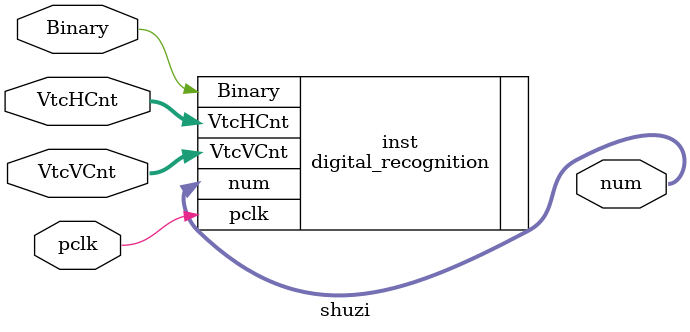
<source format=v>
`timescale 1ns / 1ps


module shuzi(
  pclk,
  VtcHCnt,
  VtcVCnt,
  Binary,
  num
);

input wire pclk;
input wire [11 : 0] VtcHCnt;
input wire [10 : 0] VtcVCnt;
input wire Binary;
output wire [3 : 0] num;

  digital_recognition #(
    .CENTER_H(640),
    .CENTER_V(360),
    .VtcVCnt_max(266),
    .VtcHCnt_max(200),
    .VtcHCnt_l(540),
    .VtcHCnt_r(740),
    .VtcVCnt_u(227),
    .VtcVCnt_d(493),
    .X1(333),
    .X2(404)
  ) inst (
    .pclk(pclk),
    .VtcHCnt(VtcHCnt),
    .VtcVCnt(VtcVCnt),
    .Binary(Binary),
    .num(num)
  );
endmodule



</source>
